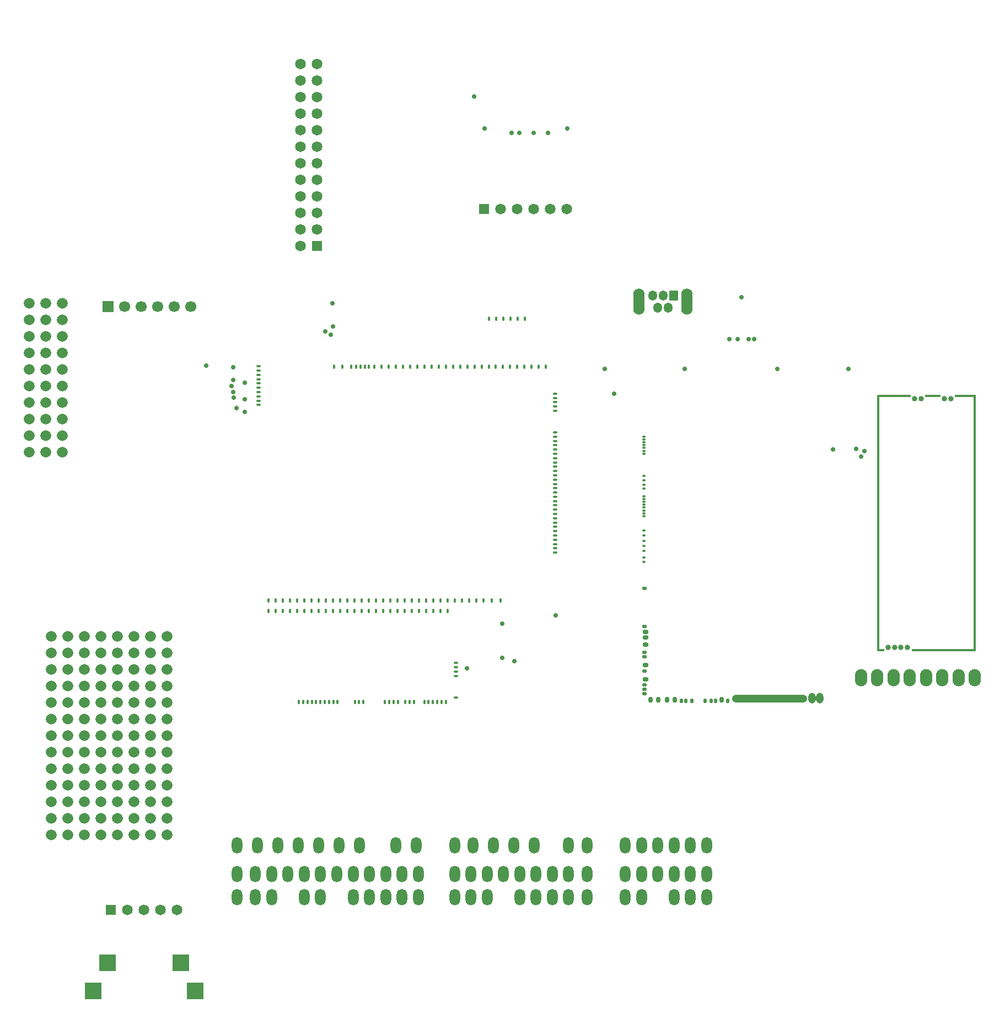
<source format=gbs>
G04*
G04 #@! TF.GenerationSoftware,Altium Limited,Altium Designer,20.2.7 (254)*
G04*
G04 Layer_Color=16711935*
%FSLAX25Y25*%
%MOIN*%
G70*
G04*
G04 #@! TF.SameCoordinates,2B6D8946-6301-4847-B182-554F51E79D42*
G04*
G04*
G04 #@! TF.FilePolarity,Negative*
G04*
G01*
G75*
%ADD67R,0.04291X0.01535*%
%ADD68R,0.01535X1.55079*%
%ADD69R,0.09409X0.01535*%
%ADD70R,0.12756X0.01535*%
%ADD71R,0.20433X0.01535*%
%ADD83O,0.04488X0.06457*%
%ADD84O,0.03701X0.02913*%
%ADD95C,0.02913*%
%ADD96C,0.06551*%
%ADD97O,0.06850X0.15906*%
%ADD98O,0.05276X0.06063*%
%ADD99R,0.05276X0.06063*%
%ADD100R,0.10394X0.10394*%
%ADD101C,0.06457*%
%ADD102R,0.06457X0.06457*%
%ADD103O,0.07441X0.10394*%
%ADD104C,0.03307*%
%ADD105C,0.00551*%
%ADD106O,0.06457X0.10000*%
%ADD107C,0.06693*%
%ADD108R,0.06693X0.06693*%
%ADD109R,0.06457X0.06457*%
%ADD219R,0.38937X0.01535*%
G04:AMPARAMS|DCode=220|XSize=15.35mil|YSize=25.2mil|CornerRadius=7.68mil|HoleSize=0mil|Usage=FLASHONLY|Rotation=90.000|XOffset=0mil|YOffset=0mil|HoleType=Round|Shape=RoundedRectangle|*
%AMROUNDEDRECTD220*
21,1,0.01535,0.00984,0,0,90.0*
21,1,0.00000,0.02520,0,0,90.0*
1,1,0.01535,0.00492,0.00000*
1,1,0.01535,0.00492,0.00000*
1,1,0.01535,-0.00492,0.00000*
1,1,0.01535,-0.00492,0.00000*
%
%ADD220ROUNDEDRECTD220*%
G04:AMPARAMS|DCode=221|XSize=15.35mil|YSize=25.2mil|CornerRadius=7.68mil|HoleSize=0mil|Usage=FLASHONLY|Rotation=0.000|XOffset=0mil|YOffset=0mil|HoleType=Round|Shape=RoundedRectangle|*
%AMROUNDEDRECTD221*
21,1,0.01535,0.00984,0,0,0.0*
21,1,0.00000,0.02520,0,0,0.0*
1,1,0.01535,0.00000,-0.00492*
1,1,0.01535,0.00000,-0.00492*
1,1,0.01535,0.00000,0.00492*
1,1,0.01535,0.00000,0.00492*
%
%ADD221ROUNDEDRECTD221*%
%ADD222O,0.02126X0.01339*%
%ADD223O,0.02913X0.02126*%
%ADD224O,0.02913X0.03701*%
%ADD225O,0.45433X0.04882*%
%ADD226O,0.02126X0.02913*%
D67*
X531988Y227756D02*
D03*
D68*
X588681Y304528D02*
D03*
X530610D02*
D03*
D69*
X563484Y381299D02*
D03*
D70*
X583071D02*
D03*
D71*
X540059D02*
D03*
D83*
X495282Y198873D02*
D03*
X490337D02*
D03*
D84*
X389652Y238834D02*
D03*
Y235389D02*
D03*
Y231156D02*
D03*
Y218853D02*
D03*
Y209896D02*
D03*
D95*
X520079Y344587D02*
D03*
X522146Y348031D02*
D03*
X517126Y349213D02*
D03*
X503150Y348917D02*
D03*
X303219Y223002D02*
D03*
X335531Y248819D02*
D03*
X310630Y221063D02*
D03*
X281693Y216634D02*
D03*
X303150Y243602D02*
D03*
X286122Y562225D02*
D03*
X313583Y540276D02*
D03*
X330906D02*
D03*
X322146D02*
D03*
X292323Y542914D02*
D03*
X308957Y540276D02*
D03*
X342339Y542949D02*
D03*
X200374Y437323D02*
D03*
X200669Y423347D02*
D03*
X199488Y418327D02*
D03*
X196043Y420394D02*
D03*
X447756Y441043D02*
D03*
X445571Y415748D02*
D03*
X440551D02*
D03*
X455610D02*
D03*
X452067D02*
D03*
X365302Y397638D02*
D03*
X413583D02*
D03*
X370768Y382677D02*
D03*
X512402Y397638D02*
D03*
X469488D02*
D03*
X140413Y391142D02*
D03*
X147638Y389468D02*
D03*
X139567Y387303D02*
D03*
X140413Y383858D02*
D03*
X147638Y379232D02*
D03*
X140709Y380512D02*
D03*
X142480Y374114D02*
D03*
X147638Y371555D02*
D03*
X140354Y398622D02*
D03*
X124311Y399803D02*
D03*
D96*
X17224Y437500D02*
D03*
X37224D02*
D03*
X27224D02*
D03*
Y427500D02*
D03*
X37224D02*
D03*
X17224D02*
D03*
X37224Y417500D02*
D03*
X27224D02*
D03*
X17224D02*
D03*
Y397500D02*
D03*
X27224D02*
D03*
X37224D02*
D03*
X17224Y407500D02*
D03*
X37224D02*
D03*
X27224D02*
D03*
X17224Y377500D02*
D03*
X27224D02*
D03*
X37224D02*
D03*
X17224Y387500D02*
D03*
X37224D02*
D03*
X27224D02*
D03*
X17224Y357500D02*
D03*
X27224D02*
D03*
X37224D02*
D03*
X17224Y367500D02*
D03*
X37224D02*
D03*
X27224D02*
D03*
X17224Y347500D02*
D03*
X37224D02*
D03*
X27224D02*
D03*
X40315Y125945D02*
D03*
X50315D02*
D03*
X60315D02*
D03*
X70315D02*
D03*
X30315D02*
D03*
X70315Y115945D02*
D03*
X60315D02*
D03*
X50315D02*
D03*
X40315D02*
D03*
X30315D02*
D03*
X80315D02*
D03*
X90315D02*
D03*
X100315D02*
D03*
Y125945D02*
D03*
X90315D02*
D03*
X80315D02*
D03*
X40315Y145945D02*
D03*
X50315D02*
D03*
X60315D02*
D03*
X70315D02*
D03*
X30315D02*
D03*
X70315Y135945D02*
D03*
X60315D02*
D03*
X50315D02*
D03*
X40315D02*
D03*
X30315D02*
D03*
X80315D02*
D03*
X90315D02*
D03*
X100315D02*
D03*
Y145945D02*
D03*
X90315D02*
D03*
X80315D02*
D03*
X40315Y165945D02*
D03*
X50315D02*
D03*
X60315D02*
D03*
X70315D02*
D03*
X30315D02*
D03*
X70315Y155945D02*
D03*
X60315D02*
D03*
X50315D02*
D03*
X40315D02*
D03*
X30315D02*
D03*
X80315D02*
D03*
X90315D02*
D03*
X100315D02*
D03*
Y165945D02*
D03*
X90315D02*
D03*
X80315D02*
D03*
X40315Y185945D02*
D03*
X50315D02*
D03*
X60315D02*
D03*
X70315D02*
D03*
X30315D02*
D03*
X70315Y175945D02*
D03*
X60315D02*
D03*
X50315D02*
D03*
X40315D02*
D03*
X30315D02*
D03*
X80315D02*
D03*
X90315D02*
D03*
X100315D02*
D03*
Y185945D02*
D03*
X90315D02*
D03*
X80315D02*
D03*
X40315Y205945D02*
D03*
X50315D02*
D03*
X60315D02*
D03*
X70315D02*
D03*
X30315D02*
D03*
X70315Y195945D02*
D03*
X60315D02*
D03*
X50315D02*
D03*
X40315D02*
D03*
X30315D02*
D03*
X80315D02*
D03*
X90315D02*
D03*
X100315D02*
D03*
Y205945D02*
D03*
X90315D02*
D03*
X80315D02*
D03*
X100315Y235945D02*
D03*
X90315D02*
D03*
X80315D02*
D03*
Y225945D02*
D03*
X90315D02*
D03*
X100315D02*
D03*
Y215945D02*
D03*
X90315D02*
D03*
X80315D02*
D03*
X30315D02*
D03*
X40315D02*
D03*
X50315D02*
D03*
X60315D02*
D03*
X70315D02*
D03*
X30315Y225945D02*
D03*
X70315D02*
D03*
X60315D02*
D03*
X50315D02*
D03*
X40315D02*
D03*
Y235945D02*
D03*
X50315D02*
D03*
X60315D02*
D03*
X70315D02*
D03*
X30315D02*
D03*
D97*
X385881Y438385D02*
D03*
X414818D02*
D03*
D98*
X397200Y434645D02*
D03*
X403499D02*
D03*
X394050Y442125D02*
D03*
X400350D02*
D03*
D99*
X406649D02*
D03*
D100*
X108858Y38878D02*
D03*
X64370D02*
D03*
X117323Y21654D02*
D03*
X55905D02*
D03*
D101*
X106614Y70866D02*
D03*
X96614D02*
D03*
X86614D02*
D03*
X76614D02*
D03*
X342126Y494488D02*
D03*
X332126D02*
D03*
X322126D02*
D03*
X312126D02*
D03*
X302126D02*
D03*
X181142Y582047D02*
D03*
X191142D02*
D03*
X181142Y572047D02*
D03*
X191142D02*
D03*
X181142Y562047D02*
D03*
X191142D02*
D03*
X181142Y552047D02*
D03*
X191142D02*
D03*
X181142Y542047D02*
D03*
X191142D02*
D03*
X181142Y532047D02*
D03*
X191142D02*
D03*
X181142Y522047D02*
D03*
X191142D02*
D03*
X181142Y512047D02*
D03*
X191142D02*
D03*
X181142Y502047D02*
D03*
X191142D02*
D03*
X181142Y492047D02*
D03*
X191142D02*
D03*
X181142Y482047D02*
D03*
X191142D02*
D03*
X181142Y472047D02*
D03*
D102*
X66614Y70866D02*
D03*
X292126Y494488D02*
D03*
D103*
X529823Y211122D02*
D03*
X569193D02*
D03*
X588878D02*
D03*
X579035D02*
D03*
X559350D02*
D03*
X549508D02*
D03*
X539665D02*
D03*
X519980D02*
D03*
D104*
X552559Y379823D02*
D03*
X556496D02*
D03*
X570472D02*
D03*
X574409D02*
D03*
X548228Y229232D02*
D03*
X544291D02*
D03*
X540354D02*
D03*
X536417D02*
D03*
D105*
X460630Y27559D02*
D03*
X86614D02*
D03*
X173622Y56890D02*
D03*
X397244D02*
D03*
X135256Y484803D02*
D03*
X44272D02*
D03*
X19879Y279921D02*
D03*
X586614Y20079D02*
D03*
Y605905D02*
D03*
X19685D02*
D03*
Y20079D02*
D03*
D106*
X142913Y92520D02*
D03*
Y78347D02*
D03*
X153937Y92520D02*
D03*
Y78347D02*
D03*
X163779Y92520D02*
D03*
Y78347D02*
D03*
X173622Y92520D02*
D03*
X183465D02*
D03*
Y78347D02*
D03*
X193307Y92520D02*
D03*
Y78347D02*
D03*
X203150Y92520D02*
D03*
X212992Y78347D02*
D03*
Y92520D02*
D03*
X222835Y78347D02*
D03*
Y92520D02*
D03*
X232677Y78347D02*
D03*
Y92520D02*
D03*
X242520Y78347D02*
D03*
Y92520D02*
D03*
X238858Y109843D02*
D03*
X252362Y78347D02*
D03*
Y92520D02*
D03*
X251181Y109843D02*
D03*
X274409Y78347D02*
D03*
Y92520D02*
D03*
Y109843D02*
D03*
X284252Y78347D02*
D03*
Y92520D02*
D03*
X285433Y109843D02*
D03*
X294094Y78347D02*
D03*
Y92520D02*
D03*
X303937D02*
D03*
X297756Y109843D02*
D03*
X313779Y78347D02*
D03*
Y92520D02*
D03*
X310079Y109843D02*
D03*
X323622Y78347D02*
D03*
Y92520D02*
D03*
X322402Y109843D02*
D03*
X333465Y78347D02*
D03*
Y92520D02*
D03*
X343307Y78347D02*
D03*
Y92520D02*
D03*
Y109843D02*
D03*
X354331Y78347D02*
D03*
Y92520D02*
D03*
Y109843D02*
D03*
X377559Y78347D02*
D03*
Y92520D02*
D03*
Y109843D02*
D03*
X387402Y78347D02*
D03*
Y92520D02*
D03*
Y109843D02*
D03*
X397244Y92520D02*
D03*
X407087Y78347D02*
D03*
Y92520D02*
D03*
Y109843D02*
D03*
X416929Y78347D02*
D03*
Y92520D02*
D03*
X426772Y78347D02*
D03*
Y92520D02*
D03*
X416929Y109843D02*
D03*
X426772D02*
D03*
X216850D02*
D03*
X204528D02*
D03*
X192205D02*
D03*
X179882D02*
D03*
X167559D02*
D03*
X155236D02*
D03*
X142913D02*
D03*
X397244D02*
D03*
D107*
X114764Y435433D02*
D03*
X104764D02*
D03*
X94764D02*
D03*
X84764D02*
D03*
X74764D02*
D03*
D108*
X64764D02*
D03*
D109*
X191142Y472047D02*
D03*
D219*
X569980Y227756D02*
D03*
D220*
X275000Y199127D02*
D03*
Y219914D02*
D03*
Y217316D02*
D03*
Y214717D02*
D03*
Y212119D02*
D03*
X155807Y396693D02*
D03*
Y399291D02*
D03*
Y375905D02*
D03*
Y378504D02*
D03*
Y381102D02*
D03*
Y383701D02*
D03*
Y386299D02*
D03*
Y388898D02*
D03*
Y391496D02*
D03*
Y394094D02*
D03*
X335047Y307421D02*
D03*
Y310020D02*
D03*
Y312618D02*
D03*
Y315216D02*
D03*
Y317815D02*
D03*
Y320413D02*
D03*
Y323012D02*
D03*
Y325610D02*
D03*
Y328209D02*
D03*
Y330807D02*
D03*
Y333405D02*
D03*
Y336004D02*
D03*
Y338602D02*
D03*
Y341201D02*
D03*
Y343799D02*
D03*
Y346398D02*
D03*
Y348996D02*
D03*
Y351594D02*
D03*
Y354193D02*
D03*
Y356791D02*
D03*
Y359390D02*
D03*
Y372382D02*
D03*
Y382776D02*
D03*
Y380177D02*
D03*
Y377579D02*
D03*
Y374980D02*
D03*
Y286634D02*
D03*
Y289232D02*
D03*
Y291831D02*
D03*
Y294429D02*
D03*
Y297027D02*
D03*
Y299626D02*
D03*
Y302224D02*
D03*
Y304823D02*
D03*
D221*
X174724Y251287D02*
D03*
X170394D02*
D03*
X166063D02*
D03*
X161732D02*
D03*
X269012Y196319D02*
D03*
X266413D02*
D03*
X263815D02*
D03*
X261217D02*
D03*
X258618D02*
D03*
X256020D02*
D03*
X249717D02*
D03*
X247118D02*
D03*
X244520D02*
D03*
X240107D02*
D03*
X237508D02*
D03*
X234910D02*
D03*
X232311D02*
D03*
X219217D02*
D03*
X216618D02*
D03*
X214020D02*
D03*
X203602D02*
D03*
X201004D02*
D03*
X198406D02*
D03*
X195807D02*
D03*
X193209D02*
D03*
X190610D02*
D03*
X188012D02*
D03*
X185413D02*
D03*
X182815D02*
D03*
X180217D02*
D03*
X179055Y251287D02*
D03*
X183386D02*
D03*
X187716D02*
D03*
X192047D02*
D03*
X196378D02*
D03*
X200709D02*
D03*
X205039D02*
D03*
X209370D02*
D03*
X213701D02*
D03*
X218031D02*
D03*
X222362D02*
D03*
X226693D02*
D03*
X231024D02*
D03*
X235354D02*
D03*
X239685D02*
D03*
X244016D02*
D03*
X248346D02*
D03*
X252677D02*
D03*
X257008D02*
D03*
X261338D02*
D03*
X265669D02*
D03*
X270000D02*
D03*
X329626Y399024D02*
D03*
X161752Y257571D02*
D03*
X183406D02*
D03*
X187736D02*
D03*
X312303Y399024D02*
D03*
X307972D02*
D03*
X303642D02*
D03*
X299311D02*
D03*
X294980D02*
D03*
X290650D02*
D03*
X286319D02*
D03*
X281988D02*
D03*
X277657D02*
D03*
X273327D02*
D03*
X268996D02*
D03*
X264665D02*
D03*
X260335D02*
D03*
X256004D02*
D03*
X251673D02*
D03*
X247342D02*
D03*
X243012D02*
D03*
X238681D02*
D03*
X234350D02*
D03*
X230020D02*
D03*
X225689D02*
D03*
X222638D02*
D03*
X201398D02*
D03*
X206594D02*
D03*
X211791D02*
D03*
X217402D02*
D03*
X192067Y257571D02*
D03*
X196398D02*
D03*
X200729D02*
D03*
X205059D02*
D03*
X209390D02*
D03*
X213721D02*
D03*
X218051D02*
D03*
X222382D02*
D03*
X226713D02*
D03*
X231043D02*
D03*
X235374D02*
D03*
X239705D02*
D03*
X244036D02*
D03*
X248366D02*
D03*
X252697D02*
D03*
X257028D02*
D03*
X261358D02*
D03*
X265689D02*
D03*
X270020D02*
D03*
X274350D02*
D03*
X278681D02*
D03*
X283012D02*
D03*
X302067D02*
D03*
X296870D02*
D03*
X291673D02*
D03*
X287343D02*
D03*
X166083D02*
D03*
X170414D02*
D03*
X174744D02*
D03*
X179075D02*
D03*
X325295Y399024D02*
D03*
X320964D02*
D03*
X316634D02*
D03*
X214784D02*
D03*
X220020D02*
D03*
X295079Y428051D02*
D03*
X299409D02*
D03*
X303740D02*
D03*
X308071D02*
D03*
X312402D02*
D03*
X316732D02*
D03*
D222*
X388864Y356845D02*
D03*
Y355113D02*
D03*
Y353381D02*
D03*
Y351648D02*
D03*
Y349916D02*
D03*
Y348184D02*
D03*
Y346452D02*
D03*
Y333046D02*
D03*
Y330448D02*
D03*
Y327849D02*
D03*
Y325251D02*
D03*
Y320822D02*
D03*
Y319089D02*
D03*
Y317357D02*
D03*
Y315625D02*
D03*
Y313893D02*
D03*
Y312160D02*
D03*
Y310428D02*
D03*
Y308696D02*
D03*
Y300054D02*
D03*
Y296921D02*
D03*
Y293771D02*
D03*
Y290621D02*
D03*
Y281078D02*
D03*
Y283676D02*
D03*
Y287849D02*
D03*
D223*
X389278Y265113D02*
D03*
Y242082D02*
D03*
Y201256D02*
D03*
Y203991D02*
D03*
Y206669D02*
D03*
Y215035D02*
D03*
Y223873D02*
D03*
Y226432D02*
D03*
D224*
X392821Y197593D02*
D03*
X397447D02*
D03*
X402762D02*
D03*
X407388D02*
D03*
X435734Y197593D02*
D03*
D225*
X464967Y198381D02*
D03*
D226*
X439573Y197200D02*
D03*
X432310D02*
D03*
X425913D02*
D03*
X411404D02*
D03*
X414200D02*
D03*
X417743D02*
D03*
X429435D02*
D03*
M02*

</source>
